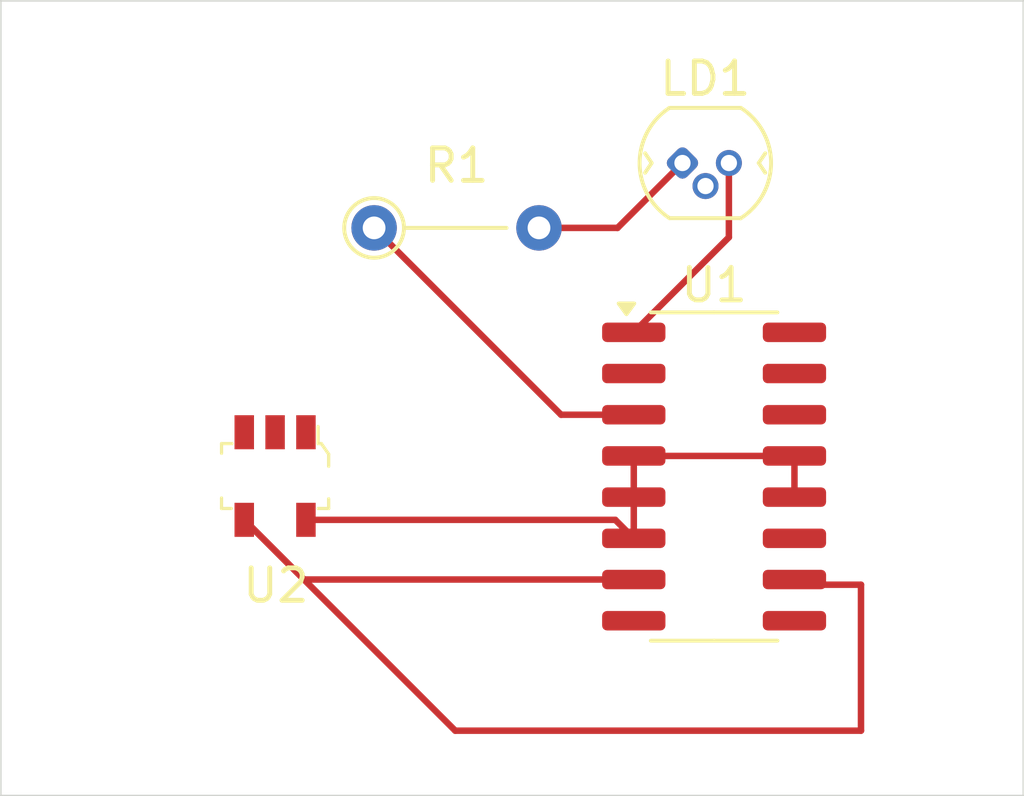
<source format=kicad_pcb>
(kicad_pcb (version 20241229) (generator "pcbnew") (generator_version "9.0")
  (layers (0 "F.Cu" signal) (2 "B.Cu" signal) (13 "F.Paste" user) (15 "B.Paste" user) (5 "F.SilkS" user "F.Silkscreen") (7 "B.SilkS" user "B.Silkscreen") (1 "F.Mask" user) (3 "B.Mask" user) (25 "Edge.Cuts" user))
  (net 0 "")
  (net 2 "Net-(LD1-A)")
  (net 3 "Net-(LD1-C)")
  (net 4 "Net-(U1-LOUT-)")
  (net 6 "GND")
  (net 9 "Net-(U1-INL)")
  (net 10 "+5V")
  (footprint "Package_SO:SOIC-16_3.9x9.9mm_P1.27mm" (layer "F.Cu") (at 163.475 101.165)
    (property "Reference" "U1" (at 0 -5.9 0) (layer "F.SilkS"))
    (property "Value" "PAM8403D")
    (fp_line (start 0 -5.06) (end -1.95 -5.06) (stroke (width 0.12)) (layer "F.SilkS"))
    (fp_line (start 0 -5.06) (end 1.95 -5.06) (stroke (width 0.12)) (layer "F.SilkS"))
    (fp_line (start 0 5.06) (end -1.95 5.06) (stroke (width 0.12)) (layer "F.SilkS"))
    (fp_line (start 0 5.06) (end 1.95 5.06) (stroke (width 0.12)) (layer "F.SilkS"))
    (fp_poly (pts (xy -2.7 -5.005) (xy -2.94 -5.335) (xy -2.46 -5.335)) (stroke (width 0.12)) (fill yes) (layer "F.SilkS"))
    (pad "1" smd roundrect (at -2.475 -4.445) (size 1.95 0.6) (layers "F.Cu" "F.Mask" "F.Paste") (net 3 "Net-(LD1-C)"))
    (pad "2" smd roundrect (at -2.475 -3.175) (size 1.95 0.6) (layers "F.Cu" "F.Mask" "F.Paste") (net 6 "GND"))
    (pad "3" smd roundrect (at -2.475 -1.905) (size 1.95 0.6) (layers "F.Cu" "F.Mask" "F.Paste") (net 4 "Net-(U1-LOUT-)"))
    (pad "4" smd roundrect (at -2.475 -0.635) (size 1.95 0.6) (layers "F.Cu" "F.Mask" "F.Paste") (net 10 "+5V"))
    (pad "5" smd roundrect (at -2.475 0.635) (size 1.95 0.6) (layers "F.Cu" "F.Mask" "F.Paste") (net 10 "+5V"))
    (pad "6" smd roundrect (at -2.475 1.905) (size 1.95 0.6) (layers "F.Cu" "F.Mask" "F.Paste") (net 10 "+5V"))
    (pad "7" smd roundrect (at -2.475 3.175) (size 1.95 0.6) (layers "F.Cu" "F.Mask" "F.Paste") (net 9 "Net-(U1-INL)"))
    (pad "8" smd roundrect (at -2.475 4.445) (size 1.95 0.6) (layers "F.Cu" "F.Mask" "F.Paste") (net 6 "GND"))
    (pad "9" smd roundrect (at 2.475 4.445) (size 1.95 0.6) (layers "F.Cu" "F.Mask" "F.Paste"))
    (pad "10" smd roundrect (at 2.475 3.175) (size 1.95 0.6) (layers "F.Cu" "F.Mask" "F.Paste") (net 9 "Net-(U1-INL)"))
    (pad "11" smd roundrect (at 2.475 1.905) (size 1.95 0.6) (layers "F.Cu" "F.Mask" "F.Paste") (net 6 "GND"))
    (pad "12" smd roundrect (at 2.475 0.635) (size 1.95 0.6) (layers "F.Cu" "F.Mask" "F.Paste") (net 10 "+5V"))
    (pad "13" smd roundrect (at 2.475 -0.635) (size 1.95 0.6) (layers "F.Cu" "F.Mask" "F.Paste") (net 10 "+5V"))
    (pad "14" smd roundrect (at 2.475 -1.905) (size 1.95 0.6) (layers "F.Cu" "F.Mask" "F.Paste"))
    (pad "15" smd roundrect (at 2.475 -3.175) (size 1.95 0.6) (layers "F.Cu" "F.Mask" "F.Paste") (net 6 "GND"))
    (pad "16" smd roundrect (at 2.475 -4.445) (size 1.95 0.6) (layers "F.Cu" "F.Mask" "F.Paste"))
  )
  (footprint "digikey-footprints:SOT-353" (layer "F.Cu") (at 149.95 101.15 180)
    (property "Reference" "U2" (at -0.025 -3.375 0) (layer "F.SilkS"))
    (property "Value" "MAX4466EXK_T")
    (fp_line (start 1.65 1) (end 1.65 0.7) (stroke (width 0.1)) (layer "F.SilkS"))
    (fp_line (start 1.65 -1) (end 1.65 -0.675) (stroke (width 0.1)) (layer "F.SilkS"))
    (fp_line (start 1.35 -1) (end 1.65 -1) (stroke (width 0.1)) (layer "F.SilkS"))
    (fp_line (start 1.325 1) (end 1.65 1) (stroke (width 0.1)) (layer "F.SilkS"))
    (fp_line (start -1.325 1) (end -1.325 1.525) (stroke (width 0.1)) (layer "F.SilkS"))
    (fp_line (start -1.325 -1) (end -1.65 -1) (stroke (width 0.1)) (layer "F.SilkS"))
    (fp_line (start -1.425 1) (end -1.325 1) (stroke (width 0.1)) (layer "F.SilkS"))
    (fp_line (start -1.65 0.675) (end -1.425 1) (stroke (width 0.1)) (layer "F.SilkS"))
    (fp_line (start -1.65 0.675) (end -1.65 0.3) (stroke (width 0.1)) (layer "F.SilkS"))
    (fp_line (start -1.65 -1) (end -1.65 -0.7) (stroke (width 0.1)) (layer "F.SilkS"))
    (pad "1" smd rect (at -0.95 1.35 180) (size 0.6 1.05) (layers "F.Cu" "F.Mask" "F.Paste"))
    (pad "2" smd rect (at 0 1.35 180) (size 0.6 1.05) (layers "F.Cu" "F.Mask" "F.Paste") (net 6 "GND"))
    (pad "3" smd rect (at 0.95 1.35 180) (size 0.6 1.05) (layers "F.Cu" "F.Mask" "F.Paste"))
    (pad "4" smd rect (at 0.95 -1.35 180) (size 0.6 1.05) (layers "F.Cu" "F.Mask" "F.Paste") (net 9 "Net-(U1-INL)"))
    (pad "5" smd rect (at -0.95 -1.35 180) (size 0.6 1.05) (layers "F.Cu" "F.Mask" "F.Paste") (net 10 "+5V"))
  )
  (footprint "OptoDevice:LaserDiode_TO38ICut-3" (layer "F.Cu") (at 162.5 91.5)
    (property "Reference" "LD1" (at 0.7 -2.6 0) (layer "F.SilkS"))
    (property "Value" "PL520")
    (fp_line (start -1.15 -0.3) (end -0.95 0) (stroke (width 0.12)) (layer "F.SilkS"))
    (fp_line (start -0.95 0) (end -1.15 0.3) (stroke (width 0.12)) (layer "F.SilkS"))
    (fp_line (start -0.4 1.7) (end 1.8 1.7) (stroke (width 0.12)) (layer "F.SilkS"))
    (fp_line (start 1.8 -1.7) (end -0.4 -1.7) (stroke (width 0.12)) (layer "F.SilkS"))
    (fp_line (start 2.35 0) (end 2.55 0.3) (stroke (width 0.12)) (layer "F.SilkS"))
    (fp_line (start 2.55 -0.3) (end 2.35 0) (stroke (width 0.12)) (layer "F.SilkS"))
    (fp_arc (start -0.4 1.7) (mid -1.320296 0) (end -0.4 -1.7) (stroke (width 0.12)) (layer "F.SilkS"))
    (fp_arc (start 1.8 -1.7) (mid 2.729422 0.005888) (end 1.790069 1.706327) (stroke (width 0.12)) (layer "F.SilkS"))
    (pad "1" thru_hole roundrect (at 0 0 45) (size 0.8 0.8) (drill 0.5) (layers "*.Cu" "*.Mask") (net 2 "Net-(LD1-A)"))
    (pad "2" thru_hole circle (at 0.71 0.71) (size 0.8 0.8) (drill 0.5) (layers "*.Cu" "*.Mask"))
    (pad "3" thru_hole circle (at 1.43 0) (size 0.8 0.8) (drill 0.5) (layers "*.Cu" "*.Mask") (net 3 "Net-(LD1-C)"))
  )
  (footprint "Resistor_THT:R_Axial_DIN0204_L3.6mm_D1.6mm_P5.08mm_Vertical" (layer "F.Cu") (at 153 93.5)
    (property "Reference" "R1" (at 2.54 -1.92 0) (layer "F.SilkS"))
    (property "Value" "R")
    (fp_line (start 0.92 0) (end 4.08 0) (stroke (width 0.12)) (layer "F.SilkS"))
    (fp_circle (center 0 0) (end 0.92 0) (stroke (width 0.12)) (fill no) (layer "F.SilkS"))
    (pad "1" thru_hole circle (at 0 0) (size 1.4 1.4) (drill 0.7) (layers "*.Cu" "*.Mask") (net 4 "Net-(U1-LOUT-)"))
    (pad "2" thru_hole circle (at 5.08 0) (size 1.4 1.4) (drill 0.7) (layers "*.Cu" "*.Mask") (net 2 "Net-(LD1-A)"))
  )
  (gr_rect (start 141.5 86.5) (end 173 111) (stroke (width 0.05)) (fill no) (layer "Edge.Cuts"))
  (segment (start 158.08 93.5) (end 160.5 93.5) (width 0.2) (layer "F.Cu") (net 2))
  (segment (start 160.5 93.5) (end 162.5 91.5) (width 0.2) (layer "F.Cu") (net 2))
  (segment (start 163.93 93.79) (end 161 96.72) (width 0.2) (layer "F.Cu") (net 3))
  (segment (start 163.93 91.5) (end 163.93 93.79) (width 0.2) (layer "F.Cu") (net 3))
  (segment (start 158.76 99.26) (end 153 93.5) (width 0.2) (layer "F.Cu") (net 4))
  (segment (start 161 99.26) (end 158.76 99.26) (width 0.2) (layer "F.Cu") (net 4))
  (segment (start 168 109) (end 168 104.5) (width 0.2) (layer "F.Cu") (net 9))
  (segment (start 149 102.5) (end 150.84 104.34) (width 0.2) (layer "F.Cu") (net 9))
  (segment (start 166.11 104.5) (end 165.95 104.34) (width 0.2) (layer "F.Cu") (net 9))
  (segment (start 149 102.5) (end 155.5 109) (width 0.2) (layer "F.Cu") (net 9))
  (segment (start 155.5 109) (end 168 109) (width 0.2) (layer "F.Cu") (net 9))
  (segment (start 150.84 104.34) (end 161 104.34) (width 0.2) (layer "F.Cu") (net 9))
  (segment (start 168 104.5) (end 166.11 104.5) (width 0.2) (layer "F.Cu") (net 9))
  (segment (start 161 100.53) (end 165.95 100.53) (width 0.2) (layer "F.Cu") (net 10))
  (segment (start 161 103.07) (end 161 100.53) (width 0.2) (layer "F.Cu") (net 10))
  (segment (start 150.9 102.5) (end 160.43 102.5) (width 0.2) (layer "F.Cu") (net 10))
  (segment (start 160.43 102.5) (end 161 103.07) (width 0.2) (layer "F.Cu") (net 10))
  (segment (start 165.95 100.53) (end 165.95 101.8) (width 0.2) (layer "F.Cu") (net 10))
)
</source>
